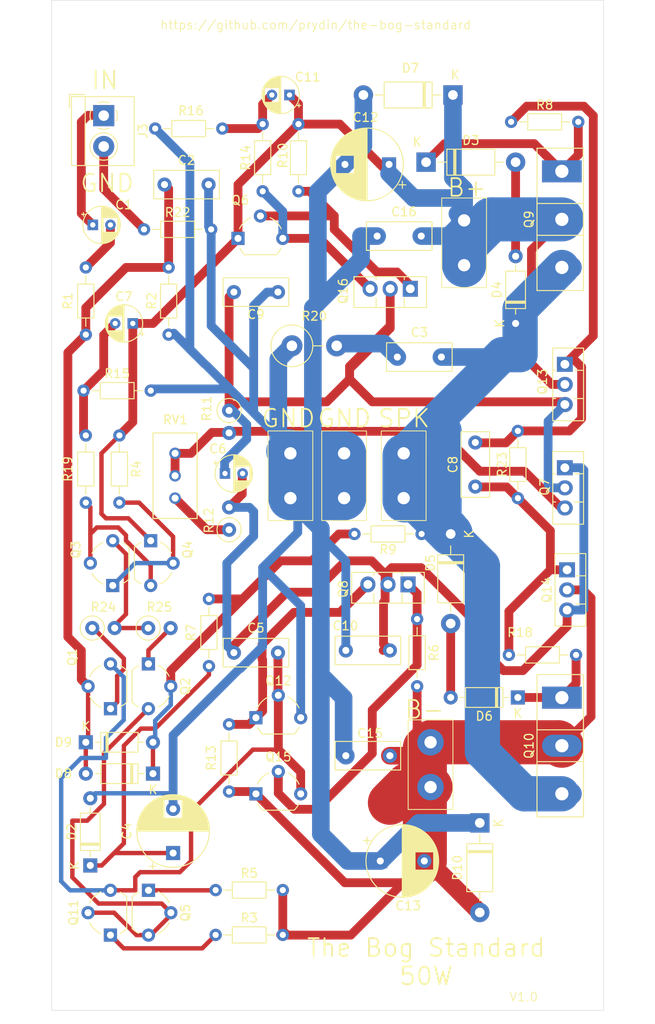
<source format=kicad_pcb>
(kicad_pcb (version 20240108) (generator "pcbnew") (generator_version "8.0")
  (layers (0 "F.Cu" signal) (31 "B.Cu" signal) (34 "B.Paste" user) (35 "F.Paste" user) (36 "B.SilkS" user "B.Silkscreen") (37 "F.SilkS" user "F.Silkscreen") (38 "B.Mask" user) (39 "F.Mask" user) (44 "Edge.Cuts" user))
  (net 0 "")
  (net 1 "Net-(J3-Pin_1)")
  (net 2 "Net-(D8-A)")
  (net 3 "Net-(Q1-E)")
  (net 4 "Net-(Q3-E)")
  (net 5 "Net-(Q7-B)")
  (net 6 "Net-(D5-A)")
  (net 7 "Net-(C1-Pad2)")
  (net 8 "Net-(Q16-E)")
  (net 9 "GNDS")
  (net 10 "Net-(C3-Pad2)")
  (net 11 "B+")
  (net 12 "B-")
  (net 13 "Net-(R12-Pad1)")
  (net 14 "/SPEAKER")
  (net 15 "Net-(C7-Pad2)")
  (net 16 "Net-(Q11-B)")
  (net 17 "Net-(Q1-C)")
  (net 18 "Net-(Q14-B)")
  (net 19 "PWRGND")
  (net 20 "Net-(Q13-E)")
  (net 21 "Net-(Q13-B)")
  (net 22 "Net-(D2-K)")
  (net 23 "Net-(D3-A)")
  (net 24 "Net-(D3-K)")
  (net 25 "Net-(D6-K)")
  (net 26 "Net-(Q3-B)")
  (net 27 "Net-(Q3-C)")
  (net 28 "Net-(Q5-E)")
  (net 29 "Net-(Q16-B)")
  (net 30 "Net-(Q15-B)")
  (net 31 "Net-(Q12-E)")
  (net 32 "Net-(Q11-E)")
  (net 33 "Net-(Q14-E)")
  (net 34 "Net-(C11-Pad2)")
  (net 35 "Net-(D8-K)")
  (net 36 "Net-(Q2-E)")
  (footprint "Package_TO_SOT_THT:TO-126-3_Vertical" (layer "F.Cu") (at 253.227 109.861 180)
    (property "Reference" "Q8")
    (property "Value" "BD139")
  )
  (footprint "Resistor_THT:R_Axial_DIN0204_L3.6mm_D1.6mm_P7.62mm_Horizontal" (layer "F.Cu") (at 220.472 92.964 -90)
    (property "Reference" "R4")
    (property "Value" "470")
  )
  (footprint "footprints:TRIM_T93YA103KT20" (layer "F.Cu") (at 226.79 97.536)
    (property "Reference" "RV1")
    (property "Value" "300")
  )
  (footprint "MountingHole:MountingHole_3.2mm_M3" (layer "F.Cu") (at 216.408 47.752)
    (property "Reference" "REF**" (hide yes))
    (property "Value" "MountingHole_3.2mm_M3")
  )
  (footprint "Capacitor_THT:CP_Radial_D4.0mm_P2.00mm" (layer "F.Cu") (at 239.776 54.356 180)
    (property "Reference" "C11")
    (property "Value" "4.7u")
  )
  (footprint "Package_TO_SOT_THT:TO-92_Wide" (layer "F.Cu") (at 219.718 109.982 90)
    (property "Reference" "Q3")
    (property "Value" "2N5401")
  )
  (footprint "MountingHole:MountingHole_3.2mm_M3" (layer "F.Cu") (at 271.78 154.432)
    (property "Reference" "REF**" (hide yes))
    (property "Value" "MountingHole_3.2mm_M3")
  )
  (footprint "Capacitor_THT:CP_Radial_D8.0mm_P5.00mm" (layer "F.Cu") (at 251.068651 62.23 180)
    (property "Reference" "C12")
    (property "Value" "220u")
  )
  (footprint "Package_TO_SOT_THT:TO-92_Wide" (layer "F.Cu") (at 224.028 104.902 -90)
    (property "Reference" "Q4")
    (property "Value" "2N5401")
  )
  (footprint "Package_TO_SOT_THT:TO-92_Wide" (layer "F.Cu") (at 219.456 149.63 90)
    (property "Reference" "Q11")
    (property "Value" "2N5551")
  )
  (footprint "Resistor_THT:R_Axial_DIN0207_L6.3mm_D2.5mm_P2.54mm_Vertical" (layer "F.Cu") (at 232.918 103.661 90)
    (property "Reference" "R12")
    (property "Value" "680")
  )
  (footprint "footprints:Spade Connector" (layer "F.Cu") (at 250.698 130.302 90)
    (property "Reference" "J2" (hide yes))
    (property "Value" "~")
  )
  (footprint "Package_TO_SOT_THT:TO-126-3_Vertical" (layer "F.Cu") (at 271.018 96.63 -90)
    (property "Reference" "Q7")
    (property "Value" "BD139")
  )
  (footprint "footprints:Spade Connector" (layer "F.Cu") (at 254.508 71.12 90)
    (property "Reference" "J4" (hide yes))
    (property "Value" "~")
  )
  (footprint "Capacitor_THT:C_Rect_L7.2mm_W3.0mm_P5.00mm_FKS2_FKP2_MKS2_MKP2" (layer "F.Cu") (at 225.592 64.516)
    (property "Reference" "C2")
    (property "Value" "100p")
  )
  (footprint "Package_TO_SOT_THT:TO-126-3_Vertical" (layer "F.Cu") (at 271.018 84.9 -90)
    (property "Reference" "Q13")
    (property "Value" "BD139")
  )
  (footprint "Resistor_THT:R_Axial_DIN0204_L3.6mm_D1.6mm_P7.62mm_Horizontal" (layer "F.Cu") (at 232.156 58.166 180)
    (property "Reference" "R16")
    (property "Value" "4.7k")
  )
  (footprint "Resistor_THT:R_Axial_DIN0204_L3.6mm_D1.6mm_P7.62mm_Horizontal" (layer "F.Cu") (at 223.266 69.596)
    (property "Reference" "R22")
    (property "Value" "100")
  )
  (footprint "Package_TO_SOT_THT:TO-92_Wide" (layer "F.Cu") (at 235.966 133.612)
    (property "Reference" "Q15")
    (property "Value" "2N5551")
  )
  (footprint "Package_TO_SOT_THT:TO-126-3_Vertical" (layer "F.Cu") (at 271.272 108.204 -90)
    (property "Reference" "Q14")
    (property "Value" "BD140")
  )
  (footprint "Diode_THT:D_DO-41_SOD81_P10.16mm_Horizontal" (layer "F.Cu") (at 261.366 136.906 -90)
    (property "Reference" "D10")
    (property "Value" "1N4004")
  )
  (footprint "Capacitor_THT:C_Rect_L7.2mm_W3.0mm_P5.00mm_FKS2_FKP2_MKS2_MKP2" (layer "F.Cu") (at 251.166 129.286 180)
    (property "Reference" "C15")
    (property "Value" "100n")
  )
  (footprint "Resistor_THT:R_Axial_DIN0204_L3.6mm_D1.6mm_P7.62mm_Horizontal" (layer "F.Cu") (at 216.662 73.914 -90)
    (property "Reference" "R1")
    (property "Value" "150")
  )
  (footprint "Capacitor_THT:CP_Radial_D4.0mm_P2.00mm" (layer "F.Cu") (at 232.453401 97.282)
    (property "Reference" "C6")
    (property "Value" "10u")
  )
  (footprint "Diode_THT:D_DO-41_SOD81_P10.16mm_Horizontal" (layer "F.Cu") (at 258.318 54.356 180)
    (property "Reference" "D7")
    (property "Value" "1N4004")
  )
  (footprint "TerminalBlock_4Ucon:TerminalBlock_4Ucon_1x02_P3.50mm_Horizontal" (layer "F.Cu") (at 218.694 56.698 -90)
    (property "Reference" "J3")
    (property "Value" "INPUT")
  )
  (footprint "Resistor_THT:R_Axial_DIN0414_L11.9mm_D4.5mm_P5.08mm_Vertical" (layer "F.Cu") (at 240.047 82.804)
    (property "Reference" "R20")
    (property "Value" "10")
  )
  (footprint "Capacitor_THT:CP_Radial_D4.0mm_P2.00mm" (layer "F.Cu") (at 217.456 69.088)
    (property "Reference" "C1")
    (property "Value" "4.7u")
  )
  (footprint "Resistor_THT:R_Axial_DIN0207_L6.3mm_D2.5mm_P2.54mm_Vertical" (layer "F.Cu") (at 217.395 114.808)
    (property "Reference" "R24")
    (property "Value" "100")
  )
  (footprint "Capacitor_THT:CP_Radial_D8.0mm_P5.00mm" (layer "F.Cu") (at 226.568 140.324651 90)
    (property "Reference" "C4")
    (property "Value" "220u")
  )
  (footprint "Diode_THT:D_DO-35_SOD27_P7.62mm_Horizontal" (layer "F.Cu") (at 224.282 131.318 180)
    (property "Reference" "D8")
    (property "Value" "1N4148")
  )
  (footprint "Resistor_THT:R_Axial_DIN0204_L3.6mm_D1.6mm_P7.62mm_Horizontal" (layer "F.Cu") (at 230.632 119.126 90)
    (property "Reference" "R7" (hide yes))
    (property "Value" "1k")
  )
  (footprint "MountingHole:MountingHole_3.2mm_M3" (layer "F.Cu") (at 271.78 47.498)
    (property "Reference" "REF**" (hide yes))
    (property "Value" "MountingHole_3.2mm_M3")
  )
  (footprint "Resistor_THT:R_Axial_DIN0204_L3.6mm_D1.6mm_P7.62mm_Horizontal" (layer "F.Cu") (at 264.668 117.856)
    (property "Reference" "R18")
    (property "Value" "47")
  )
  (footprint "Resistor_THT:R_Axial_DIN0204_L3.6mm_D1.6mm_P7.62mm_Horizontal" (layer "F.Cu") (at 240.792 57.658 -90)
    (property "Reference" "R10")
    (property "Value" "47")
  )
  (footprint "Resistor_THT:R_Axial_DIN0207_L6.3mm_D2.5mm_P2.54mm_Vertical" (layer "F.Cu") (at 232.918 90.141 -90)
    (property "Reference" "R11")
    (property "Value" "10k")
  )
  (footprint "Capacitor_THT:C_Rect_L7.2mm_W3.0mm_P5.00mm_FKS2_FKP2_MKS2_MKP2" (layer "F.Cu") (at 257.008 84.074 180)
    (property "Reference" "C3")
    (property "Value" "100n")
  )
  (footprint "Capacitor_THT:CP_Radial_D8.0mm_P5.00mm" (layer "F.Cu") (at 250.073349 141.224)
    (property "Reference" "C13")
    (property "Value" "220u")
  )
  (footprint "Package_TO_SOT_THT:TO-247-3_Vertical" (layer "F.Cu") (at 270.678 63.014 -90)
    (property "Reference" "Q9")
    (property "Value" "IRFP240")
  )
  (footprint "Package_TO_SOT_THT:TO-92_Wide" (layer "F.Cu") (at 223.774 144.55 -90)
    (property "Reference" "Q5")
    (property "Value" "2N5551")
  )
  (footprint "Capacitor_THT:C_Rect_L7.2mm_W3.0mm_P5.00mm_FKS2_FKP2_MKS2_MKP2" (layer "F.Cu") (at 251.166 117.348 180)
    (property "Reference" "C10")
    (property "Value" "68p")
  )
  (footprint "Capacitor_THT:C_Rect_L7.2mm_W3.0mm_P5.00mm_FKS2_FKP2_MKS2_MKP2" (layer "F.Cu") (at 260.858 93.766 -90)
    (property "Reference" "C8")
    (property "Value" "220n")
  )
  (footprint "Resistor_THT:R_Axial_DIN0204_L3.6mm_D1.6mm_P7.62mm_Horizontal" (layer "F.Cu") (at 254.254 113.792 -90)
    (property "Reference" "R6")
    (property "Value" "22")
  )
  (footprint "MountingHole:MountingHole_3.2mm_M3" (layer "F.Cu") (at 216.408 154.686)
    (property "Reference" "REF**" (hide yes))
    (property "Value" "MountingHole_3.2mm_M3")
  )
  (footprint "Resistor_THT:R_Axial_DIN0204_L3.6mm_D1.6mm_P7.62mm_Horizontal" (layer "F.Cu") (at 231.394 144.526)
    (property "Reference" "R5")
    (property "Value" "100")
  )
  (footprint "Resistor_THT:R_Axial_DIN0204_L3.6mm_D1.6mm_P7.62mm_Horizontal" (layer "F.Cu") (at 226.06 81.534 90)
    (property "Reference" "R2")
    (property "Value" "22k")
  )
  (footprint "Resistor_THT:R_Axial_DIN0204_L3.6mm_D1.6mm_P7.62mm_Horizontal" (layer "F.Cu") (at 264.922 57.404)
    (property "Reference" "R8")
    (property "Value" "47")
  )
  (footprint "Package_TO_SOT_THT:TO-92_Wide" (layer "F.Cu") (at 223.766 118.872 -90)
    (property "Reference" "Q2")
    (property "Value" "2N5401")
  )
  (footprint "Resistor_THT:R_Axial_DIN0204_L3.6mm_D1.6mm_P7.62mm_Horizontal" (layer "F.Cu") (at 232.918 125.73 -90)
    (property "Reference" "R13")
    (property "Value" "1k")
  )
  (footprint "Diode_THT:D_DO-35_SOD27_P7.62mm_Horizontal" (layer "F.Cu") (at 217.17 141.732 90)
    (property "Reference" "D2")
    (property "Value" "1N4148")
  )
  (footprint "Package_TO_SOT_THT:TO-126-3_Vertical" (layer "F.Cu") (at 253.481 76.333 180)
    (property "Reference" "Q16")
    (property "Value" "BD140")
  )
  (footprint "Diode_THT:D_DO-41_SOD81_P10.16mm_Horizontal" (layer "F.Cu") (at 258.064 104.14 -90)
    (property "Reference" "D5")
    (property "Value" "1N5919")
  )
  (footprint "Resistor_THT:R_Axial_DIN0204_L3.6mm_D1.6mm_P7.62mm_Horizontal" (layer "F.Cu") (at 231.394 149.606)
    (property "Reference" "R3")
    (property "Value" "100")
  )
  (footprint "Diode_THT:D_DO-35_SOD27_P7.62mm_Horizontal" (layer "F.Cu") (at 216.662 127.762)
    (property "Reference" "D9")
    (property "Value" "1N4148")
  )
  (footprint "footprints:Spade Connector" (layer "F.Cu") (at 240.892 97.536 90)
    (property "Reference" "J5" (hide yes))
    (property "Value" "~")
  )
  (footprint "Diode_THT:D_DO-41_SOD81_P10.16mm_Horizontal" (layer "F.Cu") (at 255.27 61.976)
    (property "Reference" "D3")
    (property "Value" "1N5919")
  )
  (footprint "Resistor_THT:R_Axial_DIN0204_L3.6mm_D1.6mm_P7.62mm_Horizontal" (layer "F.Cu") (at 216.408 87.884)
    (property "Reference" "R15")
    (property "Value" "4.7k")
  )
  (footprint "Resistor_THT:R_Axial_DIN0204_L3.6mm_D1.6mm_P7.62mm_Horizontal" (layer "F.Cu") (at 247.142 104.14)
    (property "Reference" "R9")
    (property "Value" "22k")
  )
  (footprint "Capacitor_THT:C_Rect_L7.2mm_W3.0mm_P5.00mm_FKS2_FKP2_MKS2_MKP2" (layer "F.Cu") (at 238.466 117.602 180)
    (property "Reference" "C5")
    (property "Value" "33p")
  )
  (footprint "Resistor_THT:R_Axial_DIN0204_L3.6mm_D1.6mm_P7.62mm_Horizontal" (layer "F.Cu") (at 265.684 92.456 -90)
    (property "Reference" "R23")
    (property "Value" "680")
  )
  (footprint "Capacitor_THT:C_Rect_L7.2mm_W3.0mm_P5.00mm_FKS2_FKP2_MKS2_MKP2" (layer "F.Cu") (at 233.466 76.708)
    (property "Reference" "C9")
    (property "Value" "68p")
  )
  (footprint "Resistor_THT:R_Axial_DIN0204_L3.6mm_D1.6mm_P7.62mm_Horizontal" (layer "F.Cu") (at 216.662 100.584 90)
    (property "Reference" "R19" (hide yes))
    (property "Value" "4.7k")
  )
  (footprint "footprints:Spade Connector" (layer "F.Cu") (at 247.65 97.536 90)
    (property "Reference" "J1" (hide yes))
    (property "Value" "~")
  )
  (footprint "Package_TO_SOT_THT:TO-92_Wide" (layer "F.Cu") (at 219.464 123.952 90)
    (property "Reference" "Q1")
    (property "Value" "2N5401")
  )
  (footprint "Capacitor_THT:C_Rect_L7.2mm_W3.0mm_P5.00mm_FKS2_FKP2_MKS2_MKP2" (layer "F.Cu") (at 249.722 70.358)
    (property "Reference" "C16")
    (property "Value" "100n")
  )
  (footprint "Package_TO_SOT_THT:TO-92_Wide" (layer "F.Cu") (at 233.934 70.62)
    (property "Reference" "Q6")
    (property "Value" "2N5401")
  )
  (footprint "Diode_THT:D_DO-35_SOD27_P7.62mm_Horizontal" (layer "F.Cu") (at 265.43 80.264 90)
    (property "Reference" "D4")
    (property "Value" "1N4148")
  )
  (footprint "Capacitor_THT:CP_Radial_D4.0mm_P2.00mm" (layer "F.Cu") (at 221.996 80.264 180)
    (property "Reference" "C7")
    (property "Value" "4.7u")
  )
  (footprint "Resistor_THT:R_Axial_DIN0207_L6.3mm_D2.5mm_P2.54mm_Vertical" (layer "F.Cu") (at 223.745 114.808)
    (property "Reference" "R25")
    (property "Value" "100")
  )
  (footprint "footprints:Spade Connector" (layer "F.Cu") (at 234.796 97.536 90)
    (property "Reference" "J6" (hide yes))
    (property "Value" "~")
  )
  (footprint "Package_TO_SOT_THT:TO-247-3_Vertical" (layer "F.Cu") (at 270.678 122.704 -90)
    (property "Reference" "Q10")
    (property "Value" "IRFP9240")
  )
  (footprint "Package_TO_SOT_THT:TO-92_Wide" (layer "F.Cu") (at 235.966 124.976)
    (property "Reference" "Q12")
    (property "Value" "2N5551")
  )
  (footprint "Resistor_THT:R_Axial_DIN0204_L3.6mm_D1.6mm_P7.62mm_Horizontal" (layer "F.Cu") (at 236.728 65.278 90)
    (property "Reference" "R14")
    (property "Value" "4.7k")
  )
  (footprint "Diode_THT:D_DO-35_SOD27_P7.62mm_Horizontal" (layer "F.Cu") (at 265.684 122.682 180)
    (property "Reference" "D6")
    (property "Value" "1N4148")
  )
  (gr_rect (start 212.80322 43.60978) (end 275.41422 158.16378) (stroke (width 0.05)) (fill none) (layer "Edge.Cuts"))
  (gr_text "GND" (at 215.9 65.532 0) (layer "F.SilkS") (effects (font (size 2 2) (thickness 0.2)) (justify left bottom)))
  (gr_text "GND" (at 236.474 92.202 0) (layer "F.SilkS") (effects (font (size 2 2) (thickness 0.2)) (justify left bottom)))
  (gr_text "V1.0" (at 264.668 157.226 0) (layer "F.SilkS") (effects (font (size 1 1) (thickness 0.1)) (justify left bottom)))
  (gr_text "R19" (at 214.63 96.774 90) (layer "F.SilkS") (effects (font (size 1 1))))
  (gr_text "R7" (at 228.6 115.316 90) (layer "F.SilkS") (effects (font (size 1 1))))
  (gr_text "SPK" (at 249.682 92.202 0) (layer "F.SilkS") (effects (font (size 2 2) (thickness 0.2)) (justify left bottom)))
  (gr_text "B+" (at 257.556 66.04 0) (layer "F.SilkS") (effects (font (size 2 2) (thickness 0.2)) (justify left bottom)))
  (gr_text "https://github.com/prydin/the-bog-standard" (at 225.044 46.99 0) (layer "F.SilkS") (effects (font (size 1 1) (thickness 0.1)) (justify left bottom)))
  (gr_text "IN" (at 217.17 53.848 0) (layer "F.SilkS") (effects (font (size 2 2) (thickness 0.2)) (justify left bottom)))
  (gr_text "B-" (at 252.73 125.222 0) (layer "F.SilkS") (effects (font (size 2 2) (thickness 0.2)) (justify left bottom)))
  (gr_text "The Bog Standard\n50W" (at 255.27 155.448 0) (layer "F.SilkS") (effects (font (size 2 2) (thickness 0.2)) (justify bottom)))
  (gr_text "GND" (at 242.824 92.202 0) (layer "F.SilkS") (effects (font (size 2 2) (thickness 0.2)) (justify left bottom)))
  (segment (start 216.154 57.412944) (end 216.154 67.786) (width 1) (layer "F.Cu") (net 1))
  (segment (start 216.896944 56.67) (end 216.154 57.412944) (width 1) (layer "F.Cu") (net 1))
  (segment (start 218.594 56.67) (end 216.896944 56.67) (width 1) (layer "F.Cu") (net 1))
  (segment (start 216.154 67.786) (end 217.456 69.088) (width 1) (layer "F.Cu") (net 1))
  (segment (start 214.63 115.824) (end 216.154 117.348) (width 1) (layer "F.Cu") (net 2))
  (segment (start 216.924 127.5) (end 216.924 121.412) (width 0.5) (layer "F.Cu") (net 2))
  (segment (start 216.662 81.534) (end 214.63 83.566) (width 1) (layer "F.Cu") (net 2))
  (segment (start 216.154 117.348) (end 216.154 120.642) (width 1) (layer "F.Cu") (net 2))
  (segment (start 216.662 131.318) (end 216.662 128.016) (width 0.5) (layer "F.Cu") (net 2))
  (segment (start 216.662 78.486) (end 221.234 73.914) (width 1) (layer "F.Cu") (net 2))
  (segment (start 226.06 73.914) (end 226.06 64.984) (width 1) (layer "F.Cu") (net 2))
  (segment (start 216.154 120.642) (end 216.924 121.412) (width 1) (layer "F.Cu") (net 2))
  (segment (start 214.63 83.566) (end 214.63 115.824) (width 1) (layer "F.Cu") (net 2))
  (segment (start 216.662 81.534) (end 216.662 78.486) (width 1) (layer "F.Cu") (net 2))
  (segment (start 226.06 64.984) (end 225.592 64.516) (width 1) (layer "F.Cu") (net 2))
  (segment (start 221.234 73.914) (end 226.06 73.914) (width 1) (layer "F.Cu") (net 2))
  (segment (start 220.218 123.198) (end 220.218 120.239321) (width 0.5) (layer "F.Cu") (net 3))
  (segment (start 220.98 118.266679) (end 217.521321 114.808) (width 0.5) (layer "F.Cu") (net 3))
  (segment (start 220.218 120.239321) (end 220.98 119.477321) (width 0.5) (layer "F.Cu") (net 3))
  (segment (start 219.464 123.952) (end 220.218 123.198) (width 0.5) (layer "F.Cu") (net 3))
  (segment (start 220.98 119.477321) (end 220.98 118.266679) (width 0.5) (layer "F.Cu") (net 3))
  (segment (start 220.472 100.584) (end 222.71 100.584) (width 0.5) (layer "F.Cu") (net 4))
  (segment (start 222.71 100.584) (end 226.568 104.442) (width 0.5) (layer "F.Cu") (net 4))
  (segment (start 226.568 104.442) (end 226.568 107.442) (width 0.5) (layer "F.Cu") (net 4))
  (segment (start 222.258 107.442) (end 226.568 107.442) (width 0.5) (layer "B.Cu") (net 4))
  (segment (start 219.718 109.982) (end 222.258 107.442) (width 0.5) (layer "B.Cu") (net 4))
  (segment (start 232.918 92.681) (end 233.103 92.496) (width 1) (layer "F.Cu") (net 5))
  (segment (start 233.103 92.496) (end 256.834 92.496) (width 1) (layer "F.Cu") (net 5))
  (segment (start 230.97178 92.62422) (end 233.14 92.62422) (width 1) (layer "F.Cu") (net 5))
  (segment (start 256.834 92.496) (end 261.366 97.028) (width 1) (layer "F.Cu") (net 5))
  (segment (start 226.79 97.536) (end 226.79 94.996) (width 1) (layer "F.Cu") (net 5))
  (segment (start 228.6 94.996) (end 230.97178 92.62422) (width 1) (layer "F.Cu") (net 5))
  (segment (start 226.79 94.996) (end 228.6 94.996) (width 1) (layer "F.Cu") (net 5))
  (segment (start 266.446 97.028) (end 270.608 101.19) (width 1) (layer "F.Cu") (net 5))
  (segment (start 261.366 97.028) (end 266.446 97.028) (width 1) (layer "F.Cu") (net 5))
  (segment (start 270.608 101.19) (end 271.018 101.19) (width 1) (layer "F.Cu") (net 5))
  (segment (start 258.064 114.3) (end 258.064 122.682) (width 1) (layer "F.Cu") (net 6))
  (segment (start 219.456 71.12) (end 216.662 73.914) (width 1) (layer "F.Cu") (net 7))
  (segment (start 219.456 69.088) (end 219.456 71.12) (width 1) (layer "F.Cu") (net 7))
  (segment (start 244.856 68.072) (end 244.856 69.599634) (width 1) (layer "F.Cu") (net 8))
  (segment (start 249.689366 74.433) (end 251.969366 74.433) (width 1) (layer "F.Cu") (net 8))
  (segment (start 244.856 69.599634) (end 249.689366 74.433) (width 1) (layer "F.Cu") (net 8))
  (segment (start 240.792 65.278) (end 242.062 65.278) (width 1) (layer "F.Cu") (net 8))
  (segment (start 242.062 65.278) (end 244.856 68.072) (width 1) (layer "F.Cu") (net 8))
  (segment (start 251.969366 74.433) (end 253.481 75.944634) (width 1) (layer "F.Cu") (net 8))
  (segment (start 244.856 68.072) (end 236.482 68.072) (width 1) (layer "F.Cu") (net 8))
  (segment (start 218.694 65.024) (end 223.266 69.596) (width 1) (layer "F.Cu") (net 9))
  (segment (start 218.694 60.17) (end 218.694 65.024) (width 1) (layer "F.Cu") (net 9))
  (segment (start 245.381 82.55) (end 245.127 82.804) (width 2) (layer "B.Cu") (net 10))
  (segment (start 252.008 84.074) (end 250.484 82.55) (width 2) (layer "B.Cu") (net 10))
  (segment (start 250.484 82.55) (end 245.381 82.55) (width 2) (layer "B.Cu") (net 10))
  (segment (start 218.44 94.996) (end 220.472 92.964) (width 0.5) (layer "F.Cu") (net 11))
  (segment (start 233.934 64.516) (end 240.792 57.658) (width 1) (layer "F.Cu") (net 11))
  (segment (start 221.996 80.264) (end 221.996 91.44) (width 1) (layer "F.Cu") (net 11))
  (segment (start 240.792 55.372) (end 240.792 57.658) (width 1) (layer "F.Cu") (net 11))
  (segment (start 221.488 102.362) (end 218.948 102.362) (width 0.5) (layer "F.Cu") (net 11))
  (segment (start 218.948 102.362) (end 218.44 101.854) (width 0.5) (layer "F.Cu") (net 11))
  (segment (start 267.23 71.912) (end 267.23 84.867) (width 1) (layer "F.Cu") (net 11))
  (segment (start 270.678 68.464) (end 267.23 71.912) (width 1) (layer "F.Cu") (net 11))
  (segment (start 233.934 70.62) (end 233.934 64.516) (width 1) (layer "F.Cu") (net 11))
  (segment (start 224.028 104.902) (end 221.488 102.362) (width 0.5) (layer "F.Cu") (net 11))
  (segment (start 240.792 57.658) (end 245.480651 57.658) (width 1) (layer "F.Cu") (net 11))
  (segment (start 269.543 87.18) (end 271.018 87.18) (width 1) (layer "F.Cu") (net 11))
  (segment (start 267.23 84.867) (end 269.543 87.18) (width 1) (layer "F.Cu") (net 11))
  (segment (start 221.996 91.44) (end 220.472 92.964) (width 1) (layer "F.Cu") (net 11))
  (segment (start 218.44 101.854) (end 218.44 94.996) (width 0.5) (layer "F.Cu") (net 11))
  (segment (start 245.480651 57.658) (end 251.068651 63.246) (width 1) (layer "F.Cu") (net 11))
  (segment (start 224.29 80.264) (end 233.934 70.62) (width 1) (layer "F.Cu") (net 11))
  (segment (start 239.7326 54.3126) (end 240.792 55.372) (width 1) (layer "F.Cu") (net 11))
  (segment (start 224.29 80.264) (end 221.996 80.264) (width 1) (layer "F.Cu") (net 11))
  (segment (start 259.588 65.024) (end 258.318 63.754) (width 2) (layer "B.Cu") (net 11))
  (segment (start 259.588 68.58) (end 259.588 66.04) (width 2) (layer "B.Cu") (net 11))
  (segment (start 259.588 66.04) (end 259.588 65.024) (width 2) (layer "B.Cu") (net 11))
  (segment (start 259.588 71.53868) (end 262.66268 68.464) (width 5) (layer "B.Cu") (net 11))
  (segment (start 258.826 67.818) (end 259.588 68.58) (width 2) (layer "B.Cu") (net 11))
  (segment (start 262.66268 68.464) (end 270.678 68.464) (width 5) (layer "B.Cu") (net 11))
  (segment (start 258.318 63.754) (end 258.318 54.356) (width 2) (layer "B.Cu") (net 11))
  (segment (start 259.588 73.66) (end 259.588 71.53868) (width 5) (layer "B.Cu") (net 11))
  (segment (start 254.722 70.358) (end 257.81 70.358) (width 2) (layer "B.Cu") (net 11))
  (segment (start 259.588 66.04) (end 253.862651 66.04) (width 2) (layer "B.Cu") (net 11))
  (segment (start 253.862651 66.04) (end 251.068651 63.246) (width 2) (layer "B.Cu") (net 11))
  (segment (start 257.81 70.358) (end 259.588 68.58) (width 2) (layer "B.Cu") (net 11))
  (segment (start 271.272 110.484) (end 273.082 110.484) (width 1) (layer "F.Cu") (net 12))
  (segment (start 239.522 149.63) (end 239.014 149.122) (width 1) (layer "F.Cu") (net 12))
  (segment (start 238.76 149.606) (end 238.784 149.63) (width 1) (layer "F.Cu") (net 12))
  (segment (start 232.918 133.35) (end 235.704 133.35) (width 1) (layer "F.Cu") (net 12))
  (segment (start 273.082 110.484) (end 273.988 111.39) (width 1) (layer "F.Cu") (net 12))
  (segment (start 246.043129 143.689129) (end 252.66752 143.689129) (width 1) (layer "F.Cu") (net 12))
  (segment (start 273.988 111.39) (end 273.988 124.844) (width 1) (layer "F.Cu") (net 12))
  (segment (start 255.778 127.762) (end 270.286 127.762) (width 5) (layer "F.Cu") (net 12))
  (segment (start 261.366 147.066) (end 255.523998 141.223998) (width 2) (layer "F.Cu") (net 12))
  (segment (start 246.726649 149.63) (end 255.132651 141.223998) (width 1) (layer "F.Cu") (net 12))
  (segment (start 255.524 132.588) (end 255.778 132.842) (width 5) (layer "F.Cu") (net 12))
  (segment (start 252.66752 143.689129) (end 255.132651 141.223998) (width 1) (layer "F.Cu") (net 12))
  (segment (start 239.522 149.63) (end 246.726649 149.63) (width 1) (layer "F.Cu") (net 12))
  (segment (start 255.523998 141.223998) (end 255.132651 141.223998) (width 2) (layer "F.Cu") (net 12))
  (segment (start 270.286 127.762) (end 270.678 128.154) (width 5) (layer "F.Cu") (net 12))
  (segment (start 273.988 124.844) (end 270.678 128.154) (width 1) (layer "F.Cu") (net 12))
  (segment (start 235.966 133.612) (end 246.043129 143.689129) (width 1) (layer "F.Cu") (net 12))
  (segment (start 255.132651 141.224) (end 255.132651 128.407349) (width 5) (layer "F.Cu") (net 12))
  (segment (start 254.254 121.412) (end 254.254 126.238) (width 1) (layer "F.Cu") (net 12))
  (segment (start 251.166 129.286) (end 254.254 129.286) (width 2) (layer "F.Cu") (net 12))
  (segment (start 235.704 133.35) (end 235.966 133.612) (width 1) (layer "F.Cu") (net 12))
  (segment (start 238.784 149.63) (end 239.522 149.63) (width 1) (layer "F.Cu") (net 12))
  (segment (start 255.132651 128.407349) (end 255.778 127.762) (width 5) (layer "F.Cu") (net 12))
  (segment (start 239.014 149.122) (end 239.014 144.526) (width 1) (layer "F.Cu") (net 12))
  (segment (start 254.254 126.238) (end 255.778 127.762) (width 1) (layer "F.Cu") (net 12))
  (segment (start 254.254 129.286) (end 255.132651 128.407349) (width 2) (layer "F.Cu") (net 12))
  (segment (start 251.166 134.62) (end 253.198 132.588) (width 5) (layer "F.Cu") (net 12))
  (segment (start 253.198 132.588) (end 255.524 132.588) (width 5) (layer "F.Cu") (net 12))
  (segment (start 230.375 103.661) (end 232.918 103.661) (width 1) (layer "F.Cu") (net 13))
  (segment (start 226.79 100.076) (end 230.375 103.661) (width 1) (layer "F.Cu") (net 13))
  (segment (start 257.304 102.618) (end 257.304 92.439095) (width 4) (layer "B.Cu") (net 14))
  (segment (start 263.652 84.074) (end 263.920905 83.805095) (width 2) (layer "B.Cu") (net 14))
  (segment (start 255.640905 92.439095) (end 252.83 95.25) (width 4) (layer "B.Cu") (net 14))
  (segment (start 257.008 84.074) (end 263.652 84.074) (width 2) (layer "B.Cu") (net 14))
  (segment (start 265.938 78.654) (end 265.938 83.805095) (width 4) (layer "B.Cu") (net 14))
  (segment (start 265.938 83.805095) (end 263.920905 83.805095) (width 4) (layer "B.Cu") (net 14))
  (segment (start 270.678 133.604) (end 266.428 133.604) (width 4) (layer "B.Cu") (net 14))
  (segment (start 266.428 133.604) (end 261.664 128.84) (width 4) (layer "B.Cu") (net 14))
  (segment (start 254.254 100.33) (end 258.064 104.14) (width 5) (layer "B.Cu") (net 14))
  (segment (start 261.664 107.74) (end 258.064 104.14) (width 4) (layer "B.Cu") (net 14))
  (segment (start 261.664 128.84) (end 261.664 107.74) (width 4) (layer "B.Cu") (net 14))
  (segment (start 257.304 92.439095) (end 255.640905 92.439095) (width 4) (layer "B.Cu") (net 14))
  (segment (start 252.83 100.33) (end 254.254 100.33) (width 5) (layer "B.Cu") (net 14))
  (segment (start 263.920905 83.805095) (end 252.73 94.996) (width 4) (layer "B.Cu") (net 14))
  (segment (start 252.83 100.33) (end 252.83 95.25) (width 5) (layer "B.Cu") (net 14))
  (segment (start 258.064 103.378) (end 257.304 102.618) (width 4) (layer "B.Cu") (net 14))
  (segment (start 258.064 104.14) (end 258.064 103.378) (width 4) (layer "B.Cu") (net 14))
  (segment (start 270.678 73.914) (end 265.938 78.654) (width 4) (layer "B.Cu") (net 14))
  (segment (start 216.408 87.884) (end 216.408 92.71) (width 1) (layer "F.Cu") (net 15))
  (segment (start 219.996 80.264) (end 218.694 81.566) (width 1) (layer "F.Cu") (net 15))
  (segment (start 218.694 81.566) (end 218.694 85.598) (width 1) (layer "F.Cu") (net 15))
  (segment (start 216.408 92.71) (end 216.662 92.964) (width 1) (layer "F.Cu") (net 15))
  (segment (start 218.694 85.598) (end 216.408 87.884) (width 1) (layer "F.Cu") (net 15))
  (segment (start 216.822032 136.652) (end 215.138 136.652) (width 0.5) (layer "F.Cu") (net 16))
  (segment (start 218.72 128.998) (end 218.72 134.754032) (width 0.5) (layer "F.Cu") (net 16))
  (segment (start 226.052 146.828) (end 225.274 146.05) (width 0.5) (layer "F.Cu") (net 16))
  (segment (start 225.274 146.05) (end 218.11 146.05) (width 0.5) (layer "F.Cu") (net 16))
  (segment (start 215.138 143.078) (end 215.138 136.652) (width 0.5) (layer "F.Cu") (net 16))
  (segment (start 222.414679 149.63) (end 224.028 149.63) (width 0.5) (layer "F.Cu") (net 16))
  (segment (start 224.028 149.63) (end 226.052 147.606) (width 0.5) (layer "F.Cu") (net 16))
  (segment (start 219.874679 147.09) (end 222.414679 149.63) (width 0.5) (layer "F.Cu") (net 16))
  (segment (start 218.11 146.05) (end 215.138 143.078) (width 0.5) (layer "F.Cu") (net 16))
  (segment (start 226.052 147.606) (end 226.052 146.828) (width 0.5) (layer "F.Cu") (net 16))
  (segment (start 223.766 123.952) (end 218.72 128.998) (width 0.5) (layer "F.Cu") (net 16))
  (segment (start 216.916 147.09) (end 219.874679 147.09) (width 0.5) (layer "F.Cu") (net 16))
  (segment (start 218.72 134.754032) (end 216.822032 136.652) (width 0.5) (layer "F.Cu") (net 16))
  (segment (start 235.620264 128.597126) (end 238.506 128.597126) (width 0.5) (layer "F.Cu") (net 17))
  (segment (start 219.456 144.55) (end 222.274 144.55) (width 0.5) (layer "F.Cu") (net 17))
  (segment (start 241.046 131.137126) (end 238.506 128.597126) (width 1) (layer "F.Cu") (net 17))
  (segment (start 238.466 117.602) (end 238.466 122.396) (width 1) (layer "F.Cu") (net 17))
  (segment (start 228.60539 135.612) (end 235.620264 128.597126) (width 0.5) (layer "F.Cu") (net 17))
  (segment (start 227.33 142.494) (end 228.60539 141.21861) (width 0.5) (layer "F.Cu") (net 17))
  (segment (start 228.60539 141.21861) (end 228.60539 135.612) (width 0.5) (layer "F.Cu") (net 17))
  (segment (start 241.046 133.612) (end 241.046 131.137126) (width 1) (layer "F.Cu") (net 17))
  (segment (start 222.274 144.55) (end 222.274 143.05) (width 0.5) (layer "F.Cu") (net 17))
  (segment (start 222.83 142.494) (end 227.33 142.494) (width 0.5) (layer "F.Cu") (net 17))
  (segment (start 238.506 128.597126) (end 238.506 122.436) (width 1) (layer "F.Cu") (net 17))
  (segment (start 222.274 143.05) (end 222.83 142.494) (width 0.5) (layer "F.Cu") (net 17))
  (segment (start 213.868 143.534) (end 214.884 144.55) (width 0.5) (layer "B.Cu") (net 17))
  (segment (start 216.154 129.54) (end 213.868 131.826) (width 0.5) (layer "B.Cu") (net 17))
  (segment (start 220.964 120.372) (end 220.964 125.238) (width 0.5) (layer "B.Cu") (net 17))
  (segment (start 218.948 129.54) (end 216.154 129.54) (width 0.5) (layer "B.Cu") (net 17))
  (segment (start 218.948 127.254) (end 218.948 129.54) (width 0.5) (layer "B.Cu") (net 17))
  (segment (start 214.884 144.55) (end 219.456 144.55) (width 0.5) (layer "B.Cu") (net 17))
  (segment (start 213.868 131.826) (end 213.868 143.534) (width 0.5) (layer "B.Cu") (net 17))
  (segment (start 220.964 125.238) (end 218.948 127.254) (width 0.5) (layer "B.Cu") (net 17))
  (segment (start 219.464 118.872) (end 220.964 120.372) (width 0.5) (layer "B.Cu") (net 17))
  (segment (start 264.041836 119.634) (end 260.35 115.942164) (width 1) (layer "F.Cu") (net 18))
  (segment (start 260.35 115.942164) (end 260.35 113.616151) (width 1) (layer "F.Cu") (net 18))
  (segment (start 250.624874 111.708492) (end 250.444 111.889366) (width 1) (layer "F.Cu") (net 18))
  (segment (start 266.257 119.634) (end 264.041836 119.634) (width 1) (layer "F.Cu") (net 18))
  (segment (start 232.918 101.121) (end 234.41 99.629) (width 1) (layer "F.Cu") (net 18))
  (segment (start 233.466 116.77468) (end 239.49668 110.744) (width 1) (layer "F.Cu") (net 18))
  (segment (start 254.694849 107.961) (end 251.375874 107.961) (width 1) (layer "F.Cu") (net 18))
  (segment (start 271.272 114.619) (end 266.257 119.634) (width 1) (layer "F.Cu") (net 18))
  (segment (start 260.35 113.616151) (end 254.694849 107.961) (width 1) (layer "F.Cu") (net 18))
  (segment (start 271.272 112.764) (end 271.272 114.619) (width 1) (layer "F.Cu") (net 18))
  (segment (start 250.444 111.889366) (end 250.444 116.626) (width 1) (layer "F.Cu") (net 18))
  (segment (start 249.100874 107.188) (end 250.624874 108.712) (width 1) (layer "F.Cu") (net 18))
  (segment (start 250.947 108.389874) (end 250.947 109.861) (width 1) (layer "F.Cu") (net 18))
  (segment (start 250.624874 108.712) (end 250.624874 111.708492) (width 1) (layer "F.Cu") (net 18))
  (segment (start 250.444 116.626) (end 251.166 117.348) (width 1) (layer "F.Cu") (net 18))
  (segment (start 239.49668 110.744) (end 242.57 110.744) (width 1) (layer "F.Cu") (net 18))
  (segment (start 234.41 99.629) (end 234.41 97.282) (width 1) (layer "F.Cu") (net 18))
  (segment (start 251.166 117.348) (end 250.404 117.348) (width 1) (layer "F.Cu") (net 18))
  (segment (start 233.466 117.602) (end 233.466 116.77468) (width 1) (layer "F.Cu") (net 18))
  (segment (start 251.375874 107.961) (end 250.947 108.389874) (width 1) (layer "F.Cu") (net 18))
  (segment (start 246.126 107.188) (end 249.100874 107.188) (width 1) (layer "F.Cu") (net 18))
  (segment (start 242.57 110.744) (end 246.126 107.188) (width 1) (layer "F.Cu") (net 18))
  (segment (start 232.664 116.8) (end 232.664 107.442) (width 1) (layer "B.Cu") (net 18))
  (segment (start 273.172 96.896) (end 272.906 96.63) (width 1) (layer "B.Cu") (net 18))
  (segment (start 233.14 101.346) (end 232.941415 101.346) (width 1) (layer "B.Cu") (net 18))
  (segment (start 272.906 96.63) (end 271.018 96.63) (width 1) (layer "B.Cu") (net 18))
  (segment (start 235.712 101.6) (end 235.233 101.121) (width 1) (layer "B.Cu") (net 18))
  (segment (start 233.466 117.602) (end 232.664 116.8) (width 1) (layer "B.Cu") (net 18))
  (segment (start 232.664 107.442) (end 235.712 104.394) (width 1) (layer "B.Cu") (net 18))
  (segment (start 273.172 112.674) (end 273.172 96.896) (width 1) (layer "B.Cu") (net 18))
  (segment (start 235.233 101.121) (end 232.918 101.121) (width 1) (layer "B.Cu") (net 18))
  (segment (start 271.272 112.764) (end 273.082 112.764) (width 1) (layer "B.Cu") (net 18))
  (segment (start 235.712 104.394) (end 235.712 101.6) (width 1) (layer "B.Cu") (net 18))
  (segment (start 273.082 112.764) (end 273.172 112.674) (width 1) (layer "B.Cu") (net 18))
  (segment (start 240.715 101.423) (end 240.715 103.963) (width 1) (layer "B.Cu") (net 19))
  (segment (start 245.912 122.722) (end 243.332 120.142) (width 2) (layer "B.Cu") (net 19))
  (segment (start 247.894 70.358) (end 247.894 73.019) (width 2) (layer "B.Cu") (net 19))
  (segment (start 228.473 83.185) (end 229.061792 83.773792) (width 1) (layer "B.Cu") (net 19))
  (segment (start 224.536 58.166) (end 228.473 62.103) (width 1) (layer "B.Cu") (net 19))
  (segment (start 246.166 107.228) (end 243.84 104.902) (width 1) (layer "B.Cu") (net 19))
  (segment (start 243.332 104.902) (end 243.332 120.142) (width 2) (layer "B.Cu") (net 19))
  (segment (start 235.712 85.09) (end 235.585 85.217) (width 1) (layer "B.Cu") (net 19))
  (segment (start 238.506 93.626) (end 239.64 94.76) (width 2) (layer "B.Cu") (net 19))
  (segment (start 230.886 80.518) (end 235.585 85.217) (width 1) (layer "B.Cu") (net 19))
  (segment (start 224.028 87.884) (end 224.22 87.692) (width 1) (layer "B.Cu") (net 19))
  (segment (start 240.047 82.804) (end 238.523 84.328) (width 2) (layer "B.Cu") (net 19))
  (segment (start 238.523 84.328) (end 238.506 84.328) (width 2) (layer "B.Cu") (net 19))
  (segment (start 226.568 126.954415) (end 226.568 135.324651) (width 1) (layer "B.Cu") (net 19))
  (segment (start 245.972 100.076) (end 244.956 100.076) (width 5) (layer "B.Cu") (net 19))
  (segment (start 235.712 78.232) (end 235.712 85.09) (width 1) (layer "B.Cu") (net 19))
  (segment (start 243.332 103.532) (end 240.715 100.915) (width 2) (layer "B.Cu") (net 19))
  (segment (start 235.585 85.217) (end 235.712 85.344) (width 1) (layer "B.Cu") (net 19))
  (segment (start 245.972 100.076) (end 245.972 94.996) (width 5) (layer "B.Cu") (net 19))
  (segment (start 244.956 100.076) (end 239.876 94.996) (width 5) (layer "B.Cu") (net 19))
  (segment (start 243.332 120.142) (end 243.332 138.176) (width 2) (layer "B.Cu") (net 19))
  (segment (start 234.211585 119.402) (end 234.120415 119.402) (width 1) (layer "B.Cu") (net 19))
  (segment (start 238.506 84.328) (end 238.506 93.626) (width 2) (layer "B.Cu") (net 19))
  (segment (start 239.876 94.996) (end 239.64 94.76) (width 5) (layer "B.Cu") (net 19))
  (segment (start 226.648792 81.360792) (end 229.061792 83.773792) (width 1) (layer "B.Cu") (net 19))
  (segment (start 243.84 104.902) (end 243.332 104.902) (width 1) (layer "B.Cu") (net 19))
  (segment (start 239.876 93.846308) (end 239.876 94.996) (width 1) (layer "B.Cu") (net 19))
  (segment (start 243.332 138.176) (end 246.38 141.224) (width 2) (layer "B.Cu") (net 19))
  (segment (start 241.046 124.976) (end 241.046 112.268) (width 1) (layer "B.Cu") (net 19))
  (segment (start 242.427 94.091) (end 243.332 94.996) (width 2) (layer "B.Cu") (net 19))
  (segment (start 236.728 107.95) (end 236.728 116.885585) (width 1) (layer "B.Cu") (net 19))
  (segment (start 243.332 94.996) (end 245.972 94.996) (width 5) (layer "B.Cu") (net 19))
  (segment (start 236.728 116.885585) (end 234.211585 119.402) (width 1) (layer "B.Cu") (net 19))
  (segment (start 240.715 100.915) (end 240.715 101.423) (width 0.5) (layer "B.Cu") (net 19))
  (segment (start 237.236 76.708) (end 235.712 78.232) (width 1) (layer "B.Cu") (net 19))
  (segment (start 230.378 85.055415) (end 236.491292 91.168708) (width 1) (layer "B.Cu") (net 19))
  (segment (start 246.166 129.286) (end 245.912 129.032) (width 2) (layer "B.Cu") (net 19))
  (segment (start 241.046 112.268) (end 236.728 107.95) (width 1) (layer "B.Cu") (net 19))
  (segment (start 254.450651 136.906) (end 250.132651 141.224) (width 2) (layer "B.Cu") (net 19))
  (segment (start 240.715 103.963) (end 236.728 107.95) (width 1) (layer "B.Cu") (net 19))
  (segment (start 239.876 100.076) (end 239.876 94.996) (width 5) (layer "B.Cu") (net 19))
  (segment (start 238.466 76.708) (end 237.236 76.708) (width 1) (layer "B.Cu") (net 19))
  (segment (start 239.876 94.996) (end 243.332 94.996) (width 5) (layer "B.Cu") (net 19))
  (segment (start 235.712 85.344) (end 235.712 90.389416) (width 1) (layer "B.Cu") (net 19))
  (segment (start 246.166 117.348) (end 246.166 107.228) (width 1) (layer "B.Cu") (net 19))
  (segment (start 243.332 104.902) (end 243.332 103.532) (width 2) (layer "B.Cu") (net 19))
  (segment (start 228.473 62.103) (end 228.473 83.185) (width 1) (layer "B.Cu") (net 19))
  (segment (start 249.722 70.358) (end 247.894 70.358) (width 2) (layer "B.Cu") (net 19))
  (segment (start 230.592 64.516) (end 230.592 69.302) (width 1) (layer "B.Cu") (net 19))
  (segment (start 230.886 69.596) (end 230.886 80.518) (width 1) (layer "B.Cu") (net 19))
  (segment (start 248.158 60.140651) (end 242.992 65.306651) (width 2) (layer "B.Cu") (net 19))
  (segment (start 261.366 136.906) (end 254.450651 136.906) (width 2) (layer "B.Cu") (net 19))
  (segment (start 247.894 73.019) (end 242.427 78.486) (width 2) (layer "B.Cu") (net 19))
  (segment (start 229.061792 83.773792) (end 230.170207 84.882207) (width 1) (layer "B.Cu") (net 19))
  (segment (start 236.491292 91.168708) (end 239.64 94.317415) (width 1) (layer "B.Cu") (net 19))
  (segment (start 248.158 54.356) (end 248.158 60.140651) (width 2) (layer "B.Cu") (net 19))
  (segment (start 239.876 100.076) (end 245.972 100.076) (width 5) (layer "B.Cu") (net 19))
  (segment (start 245.912 129.032) (end 245.912 122.722) (width 2) (layer "B.Cu") (net 19))
  (segment (start 230.592 69.302) (end 230.886 69.596) (width 1) (layer "B.Cu") (net 19))
  (segment (start 235.712 90.389416) (end 236.491292 91.168708) (width 1) (layer "B.Cu") (net 19))
  (segment (start 234.120415 119.402) (end 226.568 126.954415) (width 1) (layer "B.Cu") (net 19))
  (segment (start 224.22 87.692) (end 233.014586 87.692) (width 1) (layer "B.Cu") (net 19))
  (segment (start 217.735349 133.546651) (end 217.17 134.112) (width 0.5) (layer "B.Cu") (net 19))
  (segment (start 226.568 133.546651) (end 217.735349 133.546651) (width 0.5) (layer "B.Cu") (net 19))
  (segment (start 250.132651 141.224) (end 246.38 141.224) (width 2) (layer "B.Cu") (net 19))
  (segment (start 242.992 65.306651) (end 242.992 77.921) (width 2) (layer "B.Cu") (net 19))
  (segment (start 242.992 77.921) (end 242.427 78.486) (width 2) (layer "B.Cu") (net 19))
  (segment (start 242.427 78.486) (end 242.427 94.091) (width 2) (layer "B.Cu") (net 19))
  (segment (start 274.242 56.699836) (end 273.168164 55.626) (width 1) (layer "F.Cu") (net 20))
  (segment (start 266.7 55.626) (end 264.922 57.404) (width 1) (layer "F.Cu") (net 20))
  (segment (start 271.812 84.106) (end 274.242 81.676) (width 1) (layer "F.Cu") (net 20))
  (segment (start 260.604 93.806) (end 264.334 93.806) (width 1) (layer "F.Cu") (net 20))
  (segment (start 274.242 81.676) (end 274.242 56.699836) (width 1) (layer "F.Cu") (net 20))
  (segment (start 271.526 92.456) (end 272.918 91.064) (width 1) (layer "F.Cu") (net 20))
  (segment (start 272.918 91.064) (end 272.918 85.212) (width 1) (layer "F.Cu") (net 20))
  (segment (start 264.334 93.806) (end 265.43 92.71) (width 1) (layer "F.Cu") (net 20))
  (segment (start 271.018 84.9) (end 271.812 84.106) (width 1) (layer "F.Cu") (net 20))
  (segment (start 273.168164 55.626) (end 266.7 55.626) (width 1) (layer "F.Cu") (net 20))
  (segment (start 272.918 85.212) (end 271.812 84.106) (width 1) (layer "F.Cu") (net 20))
  (segment (start 265.684 92.456) (end 271.526 92.456) (width 1) (layer "F.Cu") (net 20))
  (segment (start 232.918 77.256) (end 233.466 76.708) (width 1) (layer "F.Cu") (net 21))
  (segment (start 251.201 80.518) (end 251.201 80.811415) (width 1) (layer "F.Cu") (net 21))
  (segment (start 246.58822 86.574) (end 249.16822 89.154) (width 1) (layer "F.Cu") (net 21))
  (segment (start 251.201 80.811415) (end 246.58822 85.424195) (width 1) (layer "F.Cu") (net 21))
  (segment (start 251.201 80.518) (end 246.58822 85.13078) (width 1) (layer "F.Cu") (net 21))
  (segment (start 246.58822 86.574) (end 244.00822 89.154) (width 1) (layer "F.Cu") (net 21))
  (segment (start 251.201 76.333) (end 251.201 80.518) (width 1) (layer "F.Cu") (net 21))
  (segment (start 234.07022 89.154) (end 233.005 90.21922) (width 1) (layer "F.Cu") (net 21))
  (segment (start 246.58822 85.424195) (end 246.58822 86.574) (width 1) (layer "F.Cu") (net 21))
  (segment (start 249.16822 89.154) (end 270.712 89.154) (width 1) (layer "F.Cu") (net 21))
  (segment (start 244.00822 89.154) (end 234.07022 89.154) (width 1) (layer "F.Cu") (net 21))
  (segment (start 232.918 90.141) (end 232.918 77.256) (width 1) (layer "F.Cu") (net 21))
  (segment (start 246.58822 85.13078) (end 246.58822 86.574) (width 1) (layer "F.Cu") (net 21))
  (segment (start 270.712 89.154) (end 271.018 89.46) (width 1) (layer "F.Cu") (net 21))
  (segment (start 269.543 98.91) (end 269.118 98.485) (width 1) (layer "B.Cu") (net 21))
  (segment (start 271.018 98.91) (end 269.543 98.91) (width 1) (layer "B.Cu") (net 21))
  (segment (start 234.918 93.391805) (end 234.918 91.716736) (width 1) (layer "B.Cu") (net 21))
  (segment (start 232.41 97.282) (end 232.41 95.899805) (width 1) (layer "B.Cu") (net 21))
  (segment (start 269.118 91.36) (end 271.018 89.46) (width 1) (layer "B.Cu") (net 21))
  (segment (start 233.420484 90.21922) (end 233.005 90.21922) (width 1) (layer "B.Cu") (net 21))
  (segment (start 269.118 98.485) (end 269.118 91.36) (width 1) (layer "B.Cu") (net 21))
  (segment (start 232.41 95.899805) (end 234.918 93.391805) (width 1) (layer "B.Cu") (net 21))
  (segment (start 234.918 91.716736) (end 233.420484 90.21922) (width 1) (layer "B.Cu") (net 21))
  (segment (start 220.98 139.222) (end 220.98 128.152214) (width 0.5) (layer "F.Cu") (net 22))
  (segment (start 222.920214 126.212) (end 224.535949 126.212) (width 0.5) (layer "F.Cu") (net 22))
  (segment (start 218.709 141.493) (end 220.98 139.222) (width 0.5) (layer "F.Cu") (net 22))
  (segment (start 218.47 141.732) (end 218.709 141.493) (width 0.5) (layer "F.Cu") (net 22))
  (segment (start 226.568 140.324651) (end 219.877349 140.324651) (width 0.5) (layer "F.Cu") (net 22))
  (segment (start 220.98 128.152214) (end 222.920214 126.212) (width 0.5) (layer "F.Cu") (net 22))
  (segment (start 224.535949 126.212) (end 230.632 120.115949) (width 0.5) (layer "F.Cu") (net 22))
  (segment (start 219.877349 140.324651) (end 218.709 141.493) (width 0.5) (layer "F.Cu") (net 22))
  (segment (start 217.17 141.732) (end 218.47 141.732) (width 0.5) (layer "F.Cu") (net 22))
  (segment (start 230.632 120.115949) (end 230.632 119.126) (width 0.5) (layer "F.Cu") (net 22))
  (segment (start 265.43 61.976) (end 265.43 72.644) (width 1) (layer "F.Cu") (net 23))
  (segment (start 257.37 59.876) (end 267.54 59.876) (width 1) (layer "F.Cu") (net 24))
  (segment (start 255.27 61.976) (end 257.37 59.876) (width 1) (layer "F.Cu") (net 24))
  (segment (start 272.542 61.15) (end 270.678 63.014) (width 1) (layer "F.Cu") (net 24))
  (segment (start 272.542 57.404) (end 272.542 61.15) (width 1) (layer "F.Cu") (net 24))
  (segment (start 267.54 59.876) (end 269.059 61.395) (width 1) (layer "F.Cu") (net 24))
  (segment (start 268.81 61.146) (end 270.678 63.014) (width 1) (layer "F.Cu") (net 24))
  (segment (start 272.288 117.856) (end 272.288 121.094) (width 1) (layer "F.Cu") (net 25))
  (segment (start 272.288 121.094) (end 270.678 122.704) (width 1) (layer "F.Cu") (net 25))
  (segment (start 265.684 122.682) (end 270.656 122.682) (width 1) (layer "F.Cu") (net 25))
  (segment (start 217.178 107.442) (end 217.178 104.14) (width 0.5) (layer "F.Cu") (net 26))
  (segment (start 221.218 104.886) (end 221.218 104.280679) (width 0.5) (layer "F.Cu") (net 26))
  (segment (start 221.218 104.280679) (end 220.339321 103.402) (width 0.5) (layer "F.Cu") (net 26))
  (segment (start 224.028 109.982) (end 224.028 107.696) (width 0.5) (layer "F.Cu") (net 26))
  (segment (start 224.028 107.696) (end 221.218 104.886) (width 0.5) (layer "F.Cu") (net 26))
  (segment (start 217.178 104.14) (end 217.178 101.1) (width 0.5) (layer "F.Cu") (net 26))
  (segment (start 217.178 101.1) (end 216.662 100.584) (width 0.5) (layer "F.Cu") (net 26))
  (segment (start 217.916 103.402) (end 217.178 104.14) (width 0.5) (layer "F.Cu") (net 26))
  (segment (start 220.339321 103.402) (end 217.916 103.402) (width 0.5) (layer "F.Cu") (net 26))
  (segment (start 221.218 113.242) (end 221.218 106.402) (width 0.5) (layer "F.Cu") (net 27))
  (segment (start 221.218 106.402) (end 219.718 104.902) (width 0.5) (layer "F.Cu") (net 27))
  (segment (start 219.935 114.808) (end 223.745 114.808) (width 0.5) (layer "F.Cu") (net 27))
  (segment (start 219.935 114.525) (end 221.218 113.242) (width 0.5) (layer "F.Cu") (net 27))
  (segment (start 223.774 144.55) (end 231.164 144.55) (width 0.5) (layer "F.Cu") (net 28))
  (segment (start 239.014 70.62) (end 243.208 70.62) (width 1) (layer "F.Cu") (net 29))
  (segment (start 243.208 70.62) (end 248.921 76.333) (width 1) (layer "F.Cu") (net 29))
  (segment (start 239.014 67.564) (end 239.014 70.62) (width 1) (layer "B.Cu") (net 29))
  (segment (start 236.728 65.278) (end 239.014 67.564) (width 1) (layer "B.Cu") (net 29))
  (segment (start 238.506 131.072) (end 238.506 133.546874) (width 1) (layer "F.Cu") (net 30))
  (segment (start 254.254 110.888) (end 253.227 109.861) (width 1) (layer "F.Cu") (net 30))
  (segment (start 254.254 113.792) (end 254.254 110.888) (width 1) (layer "F.Cu") (net 30))
  (segment (start 254.254 119.007836) (end 254.254 113.792) (width 1) (layer "F.Cu") (net 30))
  (segment (start 242.844 135.362) (end 249.166 129.04) (width 1) (layer "F.Cu") (net 30))
  (segment (start 240.321126 135.362) (end 242.844 135.362) (width 1) (layer "F.Cu") (net 30))
  (segment (start 249.166 124.095836) (end 254.254 119.007836) (width 1) (layer "F.Cu") (net 30))
  (segment (start 249.166 129.04) (end 249.166 124.095836) (width 1) (layer "F.Cu") (net 30))
  (segment (start 238.506 133.546874) (end 240.321126 135.362) (width 1) (layer "F.Cu") (net 30))
  (segment (start 240.284 113.03) (end 245.498 113.03) (width 1) (layer "F.Cu") (net 31))
  (segment (start 245.498 113.03) (end 248.667 109.861) (width 1) (layer "F.Cu") (net 31))
  (segment (start 236.666 118.347585) (end 236.666 116.648) (width 1) (layer "F.Cu") (net 31))
  (segment (start 235.966 124.976) (end 236.728 124.214) (width 1) (layer "F.Cu") (net 31))
  (segment (start 236.728 124.214) (end 236.728 118.409585) (width 1) (layer "F.Cu") (net 31))
  (segment (start 235.212 125.73) (end 232.918 125.73) (width 1) (layer "F.Cu") (net 31))
  (segment (start 235.966 124.976) (end 235.212 125.73) (width 1) (layer "F.Cu") (net 31))
  (segment (start 236.728 118.409585) (end 236.666 118.347585) (width 1) (layer "F.Cu") (net 31))
  (segment (start 236.666 116.648) (end 240.284 113.03) (width 1) (layer "F.Cu") (net 31))
  (segment (start 231.394 149.606) (end 229.87 151.13) (width 0.5) (layer "F.Cu") (net 32))
  (segment (start 220.956 151.13) (end 219.456 149.63) (width 0.5) (layer "F.Cu") (net 32))
  (segment (start 229.87 151.13) (end 220.956 151.13) (width 0.5) (layer "F.Cu") (net 32))
  (segment (start 265.684 100.076) (end 269.372 103.764) (width 1) (layer "F.Cu") (net 33))
  (segment (start 264.414 98.806) (end 265.43 99.822) (width 1) (layer "F.Cu") (net 33))
  (segment (start 264.668 112.908) (end 269.372 108.204) (width 1) (layer "F.Cu") (net 33))
  (segment (start 260.604 98.806) (end 264.414 98.806) (width 1) (layer "F.Cu") (net 33))
  (segment (start 269.372 103.764) (end 269.372 108.204) (width 1) (layer "F.Cu") (net 33))
  (segment (start 264.668 117.856) (end 264.668 112.908) (width 1) (layer "F.Cu") (net 33))
  (segment (start 269.372 108.204) (end 271.272 108.204) (width 1) (layer "F.Cu") (net 33))
  (segment (start 236.728 55.404) (end 237.776 54.356) (width 1) (layer "F.Cu") (net 34))
  (segment (start 236.22 58.166) (end 236.728 57.658) (width 1) (layer "F.Cu") (net 34))
  (segment (start 232.156 58.166) (end 236.22 58.166) (width 1) (layer "F.Cu") (net 34))
  (segment (start 236.728 57.658) (end 236.728 55.404) (width 1) (layer "F.Cu") (net 34))
  (segment (start 226.306 119.642) (end 226.306 121.412) (width 1) (layer "F.Cu") (net 35))
  (segment (start 224.282 131.318) (end 224.282 128.016) (width 0.5) (layer "F.Cu") (net 35))
  (segment (start 234.315 111.633) (end 226.306 119.642) (width 1) (layer "F.Cu") (net 35))
  (segment (start 234.794315 111.096315) (end 234.823 111.125) (width 0.5) (layer "F.Cu") (net 35))
  (segment (start 234.188 111.506) (end 234.315 111.633) (width 1) (layer "F.Cu") (net 35))
  (segment (start 234.315 111.633) (end 234.823 111.125) (width 1) (layer "F.Cu") (net 35))
  (segment (start 230.632 111.506) (end 234.188 111.506) (width 1) (layer "F.Cu") (net 35))
  (segment (start 238.76 107.188) (end 242.321585 107.188) (width 1) (layer "F.Cu") (net 35))
  (segment (start 234.823 111.125) (end 238.76 107.188) (width 1) (layer "F.Cu") (net 35))
  (segment (start 245.369585 104.14) (end 247.142 104.14) (width 1) (layer "F.Cu") (net 35))
  (segment (start 242.321585 107.188) (end 245.369585 104.14) (width 1) (layer "F.Cu") (net 35))
  (segment (start 226.306 123.533321) (end 226.306 121.412) (width 0.5) (layer "B.Cu") (net 35))
  (segment (start 224.536 127.762) (end 224.536 125.303321) (width 0.5) (layer "B.Cu") (net 35))
  (segment (start 224.536 125.303321) (end 226.306 123.533321) (width 0.5) (layer "B.Cu") (net 35))
  (segment (start 223.766 118.872) (end 223.766 117.327) (width 0.5) (layer "F.Cu") (net 36))
  (segment (start 223.766 117.327) (end 226.285 114.808) (width 0.5) (layer "F.Cu") (net 36))
)
</source>
